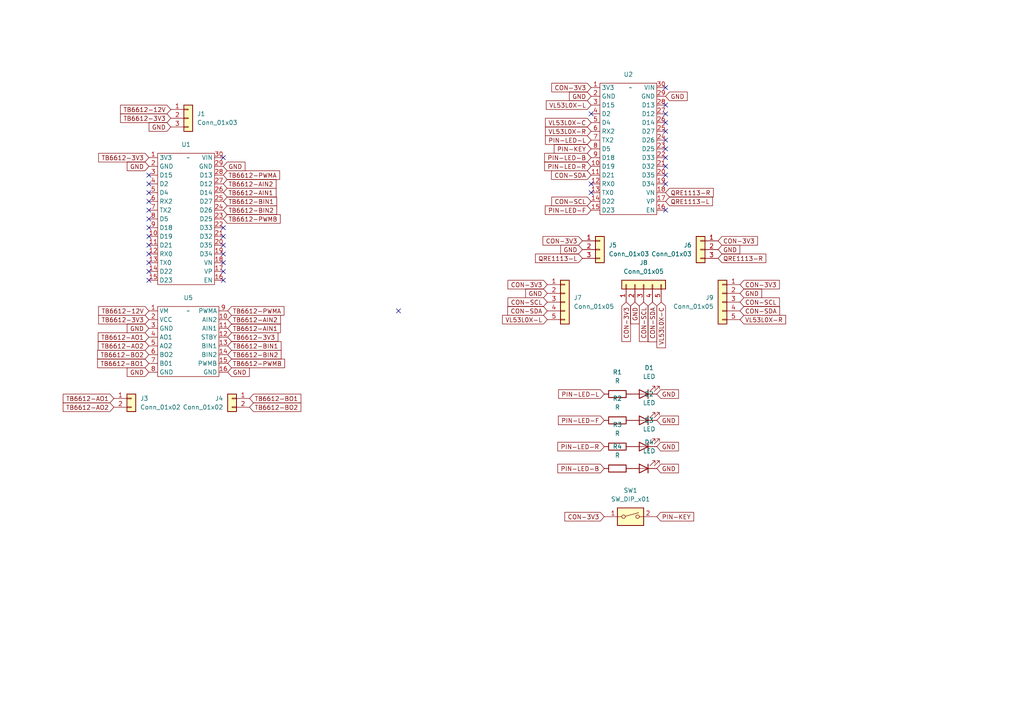
<source format=kicad_sch>
(kicad_sch (version 20231120) (generator "eeschema") (generator_version "8.0")
  (paper "A4")
  (title_block (title "WikiSumo") (date "2024-10-04") (rev "1"))
  (lib_symbols
    (symbol "Connector_Generic:Conn_01x02" (pin_names (offset 1.016) hide)
      (property "Reference" "J" (at 0 2.54 0))
      (property "Value" "Conn_01x02" (at 0 -5.08 0))
      (symbol "Conn_01x02_1_1"
        (rectangle (start -1.27 -2.413) (end 0 -2.667) (stroke (width 0.1524)))
        (rectangle (start -1.27 0.127) (end 0 -0.127) (stroke (width 0.1524)))
        (rectangle (start -1.27 1.27) (end 1.27 -3.81) (stroke (width 0.254)) (fill (type background)))
        (pin passive line (at -5.08 0 0) (length 3.81) (name "Pin_1") (number "1"))
        (pin passive line (at -5.08 -2.54 0) (length 3.81) (name "Pin_2") (number "2"))
      )
    )
    (symbol "Connector_Generic:Conn_01x03" (pin_names (offset 1.016) hide)
      (property "Reference" "J" (at 0 5.08 0))
      (property "Value" "Conn_01x03" (at 0 -5.08 0))
      (symbol "Conn_01x03_1_1"
        (rectangle (start -1.27 -2.413) (end 0 -2.667) (stroke (width 0.1524)))
        (rectangle (start -1.27 0.127) (end 0 -0.127) (stroke (width 0.1524)))
        (rectangle (start -1.27 2.667) (end 0 2.413) (stroke (width 0.1524)))
        (rectangle (start -1.27 3.81) (end 1.27 -3.81) (stroke (width 0.254)) (fill (type background)))
        (pin passive line (at -5.08 2.54 0) (length 3.81) (name "Pin_1") (number "1"))
        (pin passive line (at -5.08 0 0) (length 3.81) (name "Pin_2") (number "2"))
        (pin passive line (at -5.08 -2.54 0) (length 3.81) (name "Pin_3") (number "3"))
      )
    )
    (symbol "Connector_Generic:Conn_01x05" (pin_names (offset 1.016) hide)
      (property "Reference" "J" (at 0 7.62 0))
      (property "Value" "Conn_01x05" (at 0 -7.62 0))
      (symbol "Conn_01x05_1_1"
        (rectangle (start -1.27 -4.953) (end 0 -5.207) (stroke (width 0.1524)))
        (rectangle (start -1.27 -2.413) (end 0 -2.667) (stroke (width 0.1524)))
        (rectangle (start -1.27 0.127) (end 0 -0.127) (stroke (width 0.1524)))
        (rectangle (start -1.27 2.667) (end 0 2.413) (stroke (width 0.1524)))
        (rectangle (start -1.27 5.207) (end 0 4.953) (stroke (width 0.1524)))
        (rectangle (start -1.27 6.35) (end 1.27 -6.35) (stroke (width 0.254)) (fill (type background)))
        (pin passive line (at -5.08 5.08 0) (length 3.81) (name "Pin_1") (number "1"))
        (pin passive line (at -5.08 2.54 0) (length 3.81) (name "Pin_2") (number "2"))
        (pin passive line (at -5.08 0 0) (length 3.81) (name "Pin_3") (number "3"))
        (pin passive line (at -5.08 -2.54 0) (length 3.81) (name "Pin_4") (number "4"))
        (pin passive line (at -5.08 -5.08 0) (length 3.81) (name "Pin_5") (number "5"))
      )
    )
    (symbol "Device:LED" (pin_numbers hide) (pin_names (offset 1.016) hide)
      (property "Reference" "D" (at 0 2.54 0))
      (property "Value" "LED" (at 0 -2.54 0))
      (symbol "LED_0_1"
        (polyline (pts (xy -1.27 -1.27) (xy -1.27 1.27)) (stroke (width 0.254)))
        (polyline (pts (xy -1.27 0) (xy 1.27 0)))
        (polyline (pts (xy 1.27 -1.27) (xy 1.27 1.27) (xy -1.27 0) (xy 1.27 -1.27)) (stroke (width 0.254)))
        (polyline (pts (xy -3.048 -0.762) (xy -4.572 -2.286) (xy -3.81 -2.286) (xy -4.572 -2.286) (xy -4.572 -1.524)))
        (polyline (pts (xy -1.778 -0.762) (xy -3.302 -2.286) (xy -2.54 -2.286) (xy -3.302 -2.286) (xy -3.302 -1.524)))
      )
      (symbol "LED_1_1"
        (pin passive line (at -3.81 0 0) (length 2.54) (name "K") (number "1"))
        (pin passive line (at 3.81 0 180) (length 2.54) (name "A") (number "2"))
      )
    )
    (symbol "Device:R" (pin_numbers hide) (pin_names (offset 0))
      (property "Reference" "R" (at 2.032 0 90))
      (property "Value" "R" (at 0 0 90))
      (symbol "R_0_1"
        (rectangle (start -1.016 -2.54) (end 1.016 2.54) (stroke (width 0.254)))
      )
      (symbol "R_1_1"
        (pin passive line (at 0 3.81 270) (length 1.27) (name "~") (number "1"))
        (pin passive line (at 0 -3.81 90) (length 1.27) (name "~") (number "2"))
      )
    )
    (symbol "Switch:SW_DIP_x01" (pin_names (offset 0) hide)
      (property "Reference" "SW" (at 0 3.81 0))
      (property "Value" "SW_DIP_x01" (at 0 -3.81 0))
      (symbol "SW_DIP_x01_0_0"
        (circle (center -2.032 0) (radius 0.508))
        (polyline (pts (xy -1.524 0.127) (xy 2.3622 1.1684)))
        (circle (center 2.032 0) (radius 0.508))
      )
      (symbol "SW_DIP_x01_0_1"
        (rectangle (start -3.81 2.54) (end 3.81 -2.54) (stroke (width 0.254)) (fill (type background)))
      )
      (symbol "SW_DIP_x01_1_1"
        (pin passive line (at -7.62 0 0) (length 5.08) (name "~") (number "1"))
        (pin passive line (at 7.62 0 180) (length 5.08) (name "~") (number "2"))
      )
    )
    (symbol "wiki:ESP32_DEVKITV1"
      (property "Reference" "U" (at 0 0 0))
      (symbol "ESP32_DEVKITV1_0_1"
        (rectangle (start -8.89 1.27) (end 7.62 -36.83))
      )
      (symbol "ESP32_DEVKITV1_1_1"
        (pin power_in line (at -11.43 0 0) (length 2.54) (name "3V3") (number "1"))
        (pin input line (at -11.43 -22.86 0) (length 2.54) (name "D19") (number "10"))
        (pin input line (at -11.43 -25.4 0) (length 2.54) (name "D21") (number "11"))
        (pin input line (at -11.43 -27.94 0) (length 2.54) (name "RX0") (number "12"))
        (pin input line (at -11.43 -30.48 0) (length 2.54) (name "TX0") (number "13"))
        (pin input line (at -11.43 -33.02 0) (length 2.54) (name "D22") (number "14"))
        (pin input line (at -11.43 -35.56 0) (length 2.54) (name "D23") (number "15"))
        (pin input line (at 10.16 -35.56 180) (length 2.54) (name "EN") (number "16"))
        (pin input line (at 10.16 -33.02 180) (length 2.54) (name "VP") (number "17"))
        (pin input line (at 10.16 -30.48 180) (length 2.54) (name "VN") (number "18"))
        (pin input line (at 10.16 -27.94 180) (length 2.54) (name "D34") (number "19"))
        (pin input line (at -11.43 -2.54 0) (length 2.54) (name "GND") (number "2"))
        (pin input line (at 10.16 -25.4 180) (length 2.54) (name "D35") (number "20"))
        (pin input line (at 10.16 -22.86 180) (length 2.54) (name "D32") (number "21"))
        (pin input line (at 10.16 -20.32 180) (length 2.54) (name "D33") (number "22"))
        (pin input line (at 10.16 -17.78 180) (length 2.54) (name "D25") (number "23"))
        (pin input line (at 10.16 -15.24 180) (length 2.54) (name "D26") (number "24"))
        (pin input line (at 10.16 -12.7 180) (length 2.54) (name "D27") (number "25"))
        (pin input line (at 10.16 -10.16 180) (length 2.54) (name "D14") (number "26"))
        (pin input line (at 10.16 -7.62 180) (length 2.54) (name "D12") (number "27"))
        (pin input line (at 10.16 -5.08 180) (length 2.54) (name "D13") (number "28"))
        (pin input line (at 10.16 -2.54 180) (length 2.54) (name "GND") (number "29"))
        (pin input line (at -11.43 -5.08 0) (length 2.54) (name "D15") (number "3"))
        (pin input line (at 10.16 0 180) (length 2.54) (name "VIN") (number "30"))
        (pin input line (at -11.43 -7.62 0) (length 2.54) (name "D2") (number "4"))
        (pin input line (at -11.43 -10.16 0) (length 2.54) (name "D4") (number "5"))
        (pin input line (at -11.43 -12.7 0) (length 2.54) (name "RX2") (number "6"))
        (pin input line (at -11.43 -15.24 0) (length 2.54) (name "TX2") (number "7"))
        (pin input line (at -11.43 -17.78 0) (length 2.54) (name "D5") (number "8"))
        (pin input line (at -11.43 -20.32 0) (length 2.54) (name "D18") (number "9"))
      )
    )
    (symbol "wiki:TB6612"
      (property "Reference" "U" (at 0 0 0))
      (symbol "TB6612_0_1"
        (rectangle (start -8.89 1.27) (end 8.89 -19.05))
      )
      (symbol "TB6612_1_1"
        (pin power_in line (at -11.43 0 0) (length 2.54) (name "VM") (number "1"))
        (pin input line (at 11.43 -2.54 180) (length 2.54) (name "AIN2") (number "10"))
        (pin input line (at 11.43 -5.08 180) (length 2.54) (name "AIN1") (number "11"))
        (pin input line (at 11.43 -7.62 180) (length 2.54) (name "STBY") (number "12"))
        (pin input line (at 11.43 -10.16 180) (length 2.54) (name "BIN1") (number "13"))
        (pin input line (at 11.43 -12.7 180) (length 2.54) (name "BIN2") (number "14"))
        (pin input line (at 11.43 -15.24 180) (length 2.54) (name "PWMB") (number "15"))
        (pin input line (at 11.43 -17.78 180) (length 2.54) (name "GND") (number "16"))
        (pin power_in line (at -11.43 -2.54 0) (length 2.54) (name "VCC") (number "2"))
        (pin input line (at -11.43 -5.08 0) (length 2.54) (name "GND") (number "3"))
        (pin output line (at -11.43 -7.62 0) (length 2.54) (name "AO1") (number "4"))
        (pin output line (at -11.43 -10.16 0) (length 2.54) (name "AO2") (number "5"))
        (pin output line (at -11.43 -12.7 0) (length 2.54) (name "BO2") (number "6"))
        (pin output line (at -11.43 -15.24 0) (length 2.54) (name "B01") (number "7"))
        (pin input line (at -11.43 -17.78 0) (length 2.54) (name "GND") (number "8"))
        (pin input line (at 11.43 0 180) (length 2.54) (name "PWMA") (number "9"))
      )
    )
  )
  (no_connect (at 43.18 55.88))
  (no_connect (at 193.04 33.02))
  (no_connect (at 193.04 43.18))
  (no_connect (at 43.18 71.12))
  (no_connect (at 64.77 71.12))
  (no_connect (at 193.04 30.48))
  (no_connect (at 64.77 68.58))
  (no_connect (at 43.18 53.34))
  (no_connect (at 43.18 50.8))
  (no_connect (at 193.04 35.56))
  (no_connect (at 193.04 40.64))
  (no_connect (at 171.45 53.34))
  (no_connect (at 115.57 90.17))
  (no_connect (at 171.45 33.02))
  (no_connect (at 43.18 63.5))
  (no_connect (at 43.18 78.74))
  (no_connect (at 64.77 81.28))
  (no_connect (at 43.18 66.04))
  (no_connect (at 193.04 48.26))
  (no_connect (at 193.04 50.8))
  (no_connect (at 64.77 78.74))
  (no_connect (at 64.77 73.66))
  (no_connect (at 43.18 58.42))
  (no_connect (at 193.04 45.72))
  (no_connect (at 43.18 76.2))
  (no_connect (at 43.18 73.66))
  (no_connect (at 64.77 45.72))
  (no_connect (at 171.45 55.88))
  (no_connect (at 64.77 66.04))
  (no_connect (at 43.18 68.58))
  (no_connect (at 193.04 38.1))
  (no_connect (at 193.04 53.34))
  (no_connect (at 64.77 76.2))
  (no_connect (at 43.18 60.96))
  (no_connect (at 43.18 81.28))
  (no_connect (at 193.04 25.4))
  (no_connect (at 193.04 60.96))
  (global_label "TB6612-BO2" (shape input) (at 72.39 118.11 0) (property "Intersheetrefs" "${INTERSHEET_REFS}" (effects (hide yes))))
  (global_label "CON-3V3" (shape input) (at 208.28 69.85 0) (property "Intersheetrefs" "${INTERSHEET_REFS}" (effects (hide yes))))
  (global_label "TB6612-12V" (shape input) (at 49.53 31.75 180) (property "Intersheetrefs" "${INTERSHEET_REFS}" (effects (hide yes))))
  (global_label "PIN-KEY" (shape input) (at 190.5 149.86 0) (property "Intersheetrefs" "${INTERSHEET_REFS}" (effects (hide yes))))
  (global_label "GND" (shape input) (at 168.91 72.39 180) (property "Intersheetrefs" "${INTERSHEET_REFS}" (effects (hide yes))))
  (global_label "PIN-LED-L" (shape input) (at 171.45 40.64 180) (property "Intersheetrefs" "${INTERSHEET_REFS}" (effects (hide yes))))
  (global_label "GND" (shape input) (at 66.04 107.95 0) (property "Intersheetrefs" "${INTERSHEET_REFS}" (effects (hide yes))))
  (global_label "TB6612-PWMA" (shape input) (at 64.77 50.8 0) (property "Intersheetrefs" "${INTERSHEET_REFS}" (effects (hide yes))))
  (global_label "CON-SDA" (shape input) (at 214.63 90.17 0) (property "Intersheetrefs" "${INTERSHEET_REFS}" (effects (hide yes))))
  (global_label "PIN-LED-B" (shape input) (at 171.45 45.72 180) (property "Intersheetrefs" "${INTERSHEET_REFS}" (effects (hide yes))))
  (global_label "TB6612-3V3" (shape input) (at 43.18 92.71 180) (property "Intersheetrefs" "${INTERSHEET_REFS}" (effects (hide yes))))
  (global_label "VL53L0X-C" (shape input) (at 191.77 87.63 270) (property "Intersheetrefs" "${INTERSHEET_REFS}" (effects (hide yes))))
  (global_label "TB6612-12V" (shape input) (at 43.18 90.17 180) (property "Intersheetrefs" "${INTERSHEET_REFS}" (effects (hide yes))))
  (global_label "GND" (shape input) (at 214.63 85.09 0) (property "Intersheetrefs" "${INTERSHEET_REFS}" (effects (hide yes))))
  (global_label "PIN-KEY" (shape input) (at 171.45 43.18 180) (property "Intersheetrefs" "${INTERSHEET_REFS}" (effects (hide yes))))
  (global_label "VL53L0X-C" (shape input) (at 171.45 35.56 180) (property "Intersheetrefs" "${INTERSHEET_REFS}" (effects (hide yes))))
  (global_label "VL53L0X-R" (shape input) (at 171.45 38.1 180) (property "Intersheetrefs" "${INTERSHEET_REFS}" (effects (hide yes))))
  (global_label "TB6612-PWMB" (shape input) (at 66.04 105.41 0) (property "Intersheetrefs" "${INTERSHEET_REFS}" (effects (hide yes))))
  (global_label "GND" (shape input) (at 190.5 135.89 0) (property "Intersheetrefs" "${INTERSHEET_REFS}" (effects (hide yes))))
  (global_label "PIN-LED-R" (shape input) (at 175.26 129.54 180) (property "Intersheetrefs" "${INTERSHEET_REFS}" (effects (hide yes))))
  (global_label "GND" (shape input) (at 49.53 36.83 180) (property "Intersheetrefs" "${INTERSHEET_REFS}" (effects (hide yes))))
  (global_label "GND" (shape input) (at 158.75 85.09 180) (property "Intersheetrefs" "${INTERSHEET_REFS}" (effects (hide yes))))
  (global_label "CON-3V3" (shape input) (at 214.63 82.55 0) (property "Intersheetrefs" "${INTERSHEET_REFS}" (effects (hide yes))))
  (global_label "TB6612-BO1" (shape input) (at 72.39 115.57 0) (property "Intersheetrefs" "${INTERSHEET_REFS}" (effects (hide yes))))
  (global_label "TB6612-AO2" (shape input) (at 33.02 118.11 180) (property "Intersheetrefs" "${INTERSHEET_REFS}" (effects (hide yes))))
  (global_label "CON-3V3" (shape input) (at 175.26 149.86 180) (property "Intersheetrefs" "${INTERSHEET_REFS}" (effects (hide yes))))
  (global_label "GND" (shape input) (at 43.18 107.95 180) (property "Intersheetrefs" "${INTERSHEET_REFS}" (effects (hide yes))))
  (global_label "TB6612-BIN1" (shape input) (at 64.77 58.42 0) (property "Intersheetrefs" "${INTERSHEET_REFS}" (effects (hide yes))))
  (global_label "CON-3V3" (shape input) (at 171.45 25.4 180) (property "Intersheetrefs" "${INTERSHEET_REFS}" (effects (hide yes))))
  (global_label "TB6612-AO1" (shape input) (at 43.18 97.79 180) (property "Intersheetrefs" "${INTERSHEET_REFS}" (effects (hide yes))))
  (global_label "TB6612-3V3" (shape input) (at 43.18 45.72 180) (property "Intersheetrefs" "${INTERSHEET_REFS}" (effects (hide yes))))
  (global_label "TB6612-BIN2" (shape input) (at 66.04 102.87 0) (property "Intersheetrefs" "${INTERSHEET_REFS}" (effects (hide yes))))
  (global_label "TB6612-AIN2" (shape input) (at 64.77 53.34 0) (property "Intersheetrefs" "${INTERSHEET_REFS}" (effects (hide yes))))
  (global_label "CON-SCL" (shape input) (at 214.63 87.63 0) (property "Intersheetrefs" "${INTERSHEET_REFS}" (effects (hide yes))))
  (global_label "CON-3V3" (shape input) (at 181.61 87.63 270) (property "Intersheetrefs" "${INTERSHEET_REFS}" (effects (hide yes))))
  (global_label "GND" (shape input) (at 184.15 87.63 270) (property "Intersheetrefs" "${INTERSHEET_REFS}" (effects (hide yes))))
  (global_label "TB6612-BIN1" (shape input) (at 66.04 100.33 0) (property "Intersheetrefs" "${INTERSHEET_REFS}" (effects (hide yes))))
  (global_label "CON-SCL" (shape input) (at 186.69 87.63 270) (property "Intersheetrefs" "${INTERSHEET_REFS}" (effects (hide yes))))
  (global_label "VL53L0X-L" (shape input) (at 171.45 30.48 180) (property "Intersheetrefs" "${INTERSHEET_REFS}" (effects (hide yes))))
  (global_label "GND" (shape input) (at 171.45 27.94 180) (property "Intersheetrefs" "${INTERSHEET_REFS}" (effects (hide yes))))
  (global_label "PIN-LED-R" (shape input) (at 171.45 48.26 180) (property "Intersheetrefs" "${INTERSHEET_REFS}" (effects (hide yes))))
  (global_label "VL53L0X-L" (shape input) (at 158.75 92.71 180) (property "Intersheetrefs" "${INTERSHEET_REFS}" (effects (hide yes))))
  (global_label "TB6612-AIN1" (shape input) (at 64.77 55.88 0) (property "Intersheetrefs" "${INTERSHEET_REFS}" (effects (hide yes))))
  (global_label "TB6612-PWMB" (shape input) (at 64.77 63.5 0) (property "Intersheetrefs" "${INTERSHEET_REFS}" (effects (hide yes))))
  (global_label "CON-SCL" (shape input) (at 158.75 87.63 180) (property "Intersheetrefs" "${INTERSHEET_REFS}" (effects (hide yes))))
  (global_label "TB6612-BO2" (shape input) (at 43.18 102.87 180) (property "Intersheetrefs" "${INTERSHEET_REFS}" (effects (hide yes))))
  (global_label "QRE1113-R" (shape input) (at 193.04 55.88 0) (property "Intersheetrefs" "${INTERSHEET_REFS}" (effects (hide yes))))
  (global_label "PIN-LED-F" (shape input) (at 175.26 121.92 180) (property "Intersheetrefs" "${INTERSHEET_REFS}" (effects (hide yes))))
  (global_label "TB6612-AO1" (shape input) (at 33.02 115.57 180) (property "Intersheetrefs" "${INTERSHEET_REFS}" (effects (hide yes))))
  (global_label "PIN-LED-L" (shape input) (at 175.26 114.3 180) (property "Intersheetrefs" "${INTERSHEET_REFS}" (effects (hide yes))))
  (global_label "GND" (shape input) (at 190.5 121.92 0) (property "Intersheetrefs" "${INTERSHEET_REFS}" (effects (hide yes))))
  (global_label "TB6612-3V3" (shape input) (at 49.53 34.29 180) (property "Intersheetrefs" "${INTERSHEET_REFS}" (effects (hide yes))))
  (global_label "TB6612-AIN2" (shape input) (at 66.04 92.71 0) (property "Intersheetrefs" "${INTERSHEET_REFS}" (effects (hide yes))))
  (global_label "CON-SDA" (shape input) (at 171.45 50.8 180) (property "Intersheetrefs" "${INTERSHEET_REFS}" (effects (hide yes))))
  (global_label "GND" (shape input) (at 208.28 72.39 0) (property "Intersheetrefs" "${INTERSHEET_REFS}" (effects (hide yes))))
  (global_label "TB6612-3V3" (shape input) (at 66.04 97.79 0) (property "Intersheetrefs" "${INTERSHEET_REFS}" (effects (hide yes))))
  (global_label "GND" (shape input) (at 64.77 48.26 0) (property "Intersheetrefs" "${INTERSHEET_REFS}" (effects (hide yes))))
  (global_label "CON-SDA" (shape input) (at 189.23 87.63 270) (property "Intersheetrefs" "${INTERSHEET_REFS}" (effects (hide yes))))
  (global_label "CON-SDA" (shape input) (at 158.75 90.17 180) (property "Intersheetrefs" "${INTERSHEET_REFS}" (effects (hide yes))))
  (global_label "GND" (shape input) (at 190.5 114.3 0) (property "Intersheetrefs" "${INTERSHEET_REFS}" (effects (hide yes))))
  (global_label "GND" (shape input) (at 190.5 129.54 0) (property "Intersheetrefs" "${INTERSHEET_REFS}" (effects (hide yes))))
  (global_label "CON-3V3" (shape input) (at 168.91 69.85 180) (property "Intersheetrefs" "${INTERSHEET_REFS}" (effects (hide yes))))
  (global_label "CON-SCL" (shape input) (at 171.45 58.42 180) (property "Intersheetrefs" "${INTERSHEET_REFS}" (effects (hide yes))))
  (global_label "QRE1113-L" (shape input) (at 193.04 58.42 0) (property "Intersheetrefs" "${INTERSHEET_REFS}" (effects (hide yes))))
  (global_label "TB6612-BIN2" (shape input) (at 64.77 60.96 0) (property "Intersheetrefs" "${INTERSHEET_REFS}" (effects (hide yes))))
  (global_label "TB6612-AIN1" (shape input) (at 66.04 95.25 0) (property "Intersheetrefs" "${INTERSHEET_REFS}" (effects (hide yes))))
  (global_label "PIN-LED-F" (shape input) (at 171.45 60.96 180) (property "Intersheetrefs" "${INTERSHEET_REFS}" (effects (hide yes))))
  (global_label "QRE1113-R" (shape input) (at 208.28 74.93 0) (property "Intersheetrefs" "${INTERSHEET_REFS}" (effects (hide yes))))
  (global_label "TB6612-BO1" (shape input) (at 43.18 105.41 180) (property "Intersheetrefs" "${INTERSHEET_REFS}" (effects (hide yes))))
  (global_label "VL53L0X-R" (shape input) (at 214.63 92.71 0) (property "Intersheetrefs" "${INTERSHEET_REFS}" (effects (hide yes))))
  (global_label "GND" (shape input) (at 43.18 95.25 180) (property "Intersheetrefs" "${INTERSHEET_REFS}" (effects (hide yes))))
  (global_label "TB6612-AO2" (shape input) (at 43.18 100.33 180) (property "Intersheetrefs" "${INTERSHEET_REFS}" (effects (hide yes))))
  (global_label "TB6612-PWMA" (shape input) (at 66.04 90.17 0) (property "Intersheetrefs" "${INTERSHEET_REFS}" (effects (hide yes))))
  (global_label "GND" (shape input) (at 43.18 48.26 180) (property "Intersheetrefs" "${INTERSHEET_REFS}" (effects (hide yes))))
  (global_label "QRE1113-L" (shape input) (at 168.91 74.93 180) (property "Intersheetrefs" "${INTERSHEET_REFS}" (effects (hide yes))))
  (global_label "GND" (shape input) (at 193.04 27.94 0) (property "Intersheetrefs" "${INTERSHEET_REFS}" (effects (hide yes))))
  (global_label "PIN-LED-B" (shape input) (at 175.26 135.89 180) (property "Intersheetrefs" "${INTERSHEET_REFS}" (effects (hide yes))))
  (global_label "CON-3V3" (shape input) (at 158.75 82.55 180) (property "Intersheetrefs" "${INTERSHEET_REFS}" (effects (hide yes))))
  (symbol (lib_id "Device:R") (at 179.07 114.3 90) (unit 1)
    (property "Reference" "R1" (at 179.07 107.95 90))
    (property "Value" "R" (at 179.07 110.49 90))
    (property "Footprint" "Resistor_SMD:R_0805_2012Metric_Pad1.20x1.40mm_HandSolder" (effects (hide yes)))
  )
  (symbol (lib_id "wiki:TB6612") (at 54.61 90.17 0) (unit 1)
    (property "Reference" "U5" (at 54.61 86.36 0))
    (property "Value" "~" (at 54.61 90.17 0))
    (property "Footprint" "wiki:TB6612" (effects (hide yes)))
  )
  (symbol (lib_id "Device:R") (at 179.07 135.89 90) (unit 1)
    (property "Reference" "R4" (at 179.07 129.54 90))
    (property "Value" "R" (at 179.07 132.08 90))
    (property "Footprint" "Resistor_SMD:R_0805_2012Metric_Pad1.20x1.40mm_HandSolder" (effects (hide yes)))
  )
  (symbol (lib_id "Switch:SW_DIP_x01") (at 182.88 149.86 0) (unit 1)
    (property "Reference" "SW1" (at 182.88 142.24 0))
    (property "Value" "SW_DIP_x01" (at 182.88 144.78 0))
    (property "Footprint" "Button_Switch_THT:SW_PUSH_6mm_H5mm" (effects (hide yes)))
  )
  (symbol (lib_id "Device:LED") (at 186.69 114.3 180) (unit 1)
    (property "Reference" "D1" (at 188.2775 106.68 0))
    (property "Value" "LED" (at 188.2775 109.22 0))
    (property "Footprint" "LED_SMD:LED_0805_2012Metric_Pad1.15x1.40mm_HandSolder" (effects (hide yes)))
  )
  (symbol (lib_id "Device:LED") (at 186.69 121.92 180) (unit 1)
    (property "Reference" "D2" (at 188.2775 114.3 0))
    (property "Value" "LED" (at 188.2775 116.84 0))
    (property "Footprint" "LED_SMD:LED_0805_2012Metric_Pad1.15x1.40mm_HandSolder" (effects (hide yes)))
  )
  (symbol (lib_id "Device:R") (at 179.07 121.92 90) (unit 1)
    (property "Reference" "R2" (at 179.07 115.57 90))
    (property "Value" "R" (at 179.07 118.11 90))
    (property "Footprint" "Resistor_SMD:R_0805_2012Metric_Pad1.20x1.40mm_HandSolder" (effects (hide yes)))
  )
  (symbol (lib_id "Connector_Generic:Conn_01x05") (at 209.55 87.63 0) (mirror y) (unit 1)
    (property "Reference" "J9" (at 207.01 86.36 0) (effects (justify left)))
    (property "Value" "Conn_01x05" (at 207.01 88.9 0) (effects (justify left)))
    (property "Footprint" "Connector_JST:JST_XH_B5B-XH-A_1x05_P2.50mm_Vertical" (effects (hide yes)))
  )
  (symbol (lib_id "Device:LED") (at 186.69 135.89 180) (unit 1)
    (property "Reference" "D4" (at 188.2775 128.27 0))
    (property "Value" "LED" (at 188.2775 130.81 0))
    (property "Footprint" "LED_SMD:LED_0805_2012Metric_Pad1.15x1.40mm_HandSolder" (effects (hide yes)))
  )
  (symbol (lib_id "Device:LED") (at 186.69 129.54 180) (unit 1)
    (property "Reference" "D3" (at 188.2775 121.92 0))
    (property "Value" "LED" (at 188.2775 124.46 0))
    (property "Footprint" "LED_SMD:LED_0805_2012Metric_Pad1.15x1.40mm_HandSolder" (effects (hide yes)))
  )
  (symbol (lib_id "wiki:ESP32_DEVKITV1") (at 182.88 25.4 0) (unit 1)
    (property "Reference" "U2" (at 182.245 21.59 0))
    (property "Value" "~" (at 182.88 25.4 0))
    (property "Footprint" "wiki:ESP32_DEVKITV1" (effects (hide yes)))
  )
  (symbol (lib_id "Connector_Generic:Conn_01x03") (at 203.2 72.39 0) (mirror y) (unit 1)
    (property "Reference" "J6" (at 200.66 71.12 0) (effects (justify left)))
    (property "Value" "Conn_01x03" (at 200.66 73.66 0) (effects (justify left)))
    (property "Footprint" "Connector_JST:JST_XH_B3B-XH-A_1x03_P2.50mm_Vertical" (effects (hide yes)))
  )
  (symbol (lib_id "Connector_Generic:Conn_01x02") (at 38.1 115.57 0) (unit 1)
    (property "Reference" "J3" (at 40.64 115.57 0) (effects (justify left)))
    (property "Value" "Conn_01x02" (at 40.64 118.11 0) (effects (justify left)))
    (property "Footprint" "Connector_JST:JST_XH_B2B-XH-A_1x02_P2.50mm_Vertical" (effects (hide yes)))
  )
  (symbol (lib_id "Connector_Generic:Conn_01x05") (at 186.69 82.55 90) (unit 1)
    (property "Reference" "J8" (at 186.69 76.2 90))
    (property "Value" "Conn_01x05" (at 186.69 78.74 90))
    (property "Footprint" "Connector_JST:JST_XH_B5B-XH-A_1x05_P2.50mm_Vertical" (effects (hide yes)))
  )
  (symbol (lib_id "Connector_Generic:Conn_01x02") (at 67.31 115.57 0) (mirror y) (unit 1)
    (property "Reference" "J4" (at 64.77 115.57 0) (effects (justify left)))
    (property "Value" "Conn_01x02" (at 64.77 118.11 0) (effects (justify left)))
    (property "Footprint" "Connector_JST:JST_XH_B2B-XH-A_1x02_P2.50mm_Vertical" (effects (hide yes)))
  )
  (symbol (lib_id "Connector_Generic:Conn_01x03") (at 54.61 34.29 0) (unit 1)
    (property "Reference" "J1" (at 57.15 33.02 0) (effects (justify left)))
    (property "Value" "Conn_01x03" (at 57.15 35.56 0) (effects (justify left)))
    (property "Footprint" "Connector_JST:JST_XH_B3B-XH-A_1x03_P2.50mm_Vertical" (effects (hide yes)))
  )
  (symbol (lib_id "Device:R") (at 179.07 129.54 90) (unit 1)
    (property "Reference" "R3" (at 179.07 123.19 90))
    (property "Value" "R" (at 179.07 125.73 90))
    (property "Footprint" "Resistor_SMD:R_0805_2012Metric_Pad1.20x1.40mm_HandSolder" (effects (hide yes)))
  )
  (symbol (lib_id "Connector_Generic:Conn_01x03") (at 173.99 72.39 0) (unit 1)
    (property "Reference" "J5" (at 176.53 71.12 0) (effects (justify left)))
    (property "Value" "Conn_01x03" (at 176.53 73.66 0) (effects (justify left)))
    (property "Footprint" "Connector_JST:JST_XH_B3B-XH-A_1x03_P2.50mm_Vertical" (effects (hide yes)))
  )
  (symbol (lib_id "wiki:ESP32_DEVKITV1") (at 54.61 45.72 0) (unit 1)
    (property "Reference" "U1" (at 53.975 41.91 0))
    (property "Value" "~" (at 54.61 45.72 0))
    (property "Footprint" "wiki:ESP32_DEVKITV1" (effects (hide yes)))
  )
  (symbol (lib_id "Connector_Generic:Conn_01x05") (at 163.83 87.63 0) (unit 1)
    (property "Reference" "J7" (at 166.37 86.36 0) (effects (justify left)))
    (property "Value" "Conn_01x05" (at 166.37 88.9 0) (effects (justify left)))
    (property "Footprint" "Connector_JST:JST_XH_B5B-XH-A_1x05_P2.50mm_Vertical" (effects (hide yes)))
  )
)
</source>
